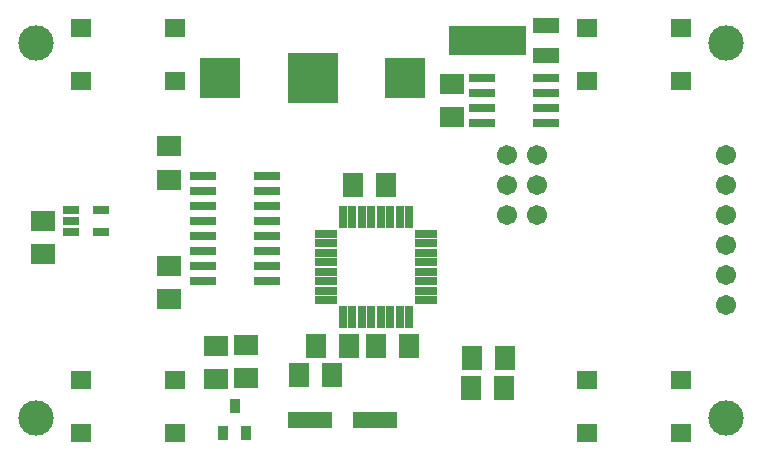
<source format=gbr>
G04 DipTrace 2.3.0.3*
%INBottomMask.gbr*%
%MOIN*%
%ADD36C,0.1181*%
%ADD42C,0.067*%
%ADD44R,0.1655X0.1655*%
%ADD46R,0.134X0.134*%
%ADD48R,0.1458X0.0552*%
%ADD50R,0.0749X0.0277*%
%ADD52R,0.0277X0.0749*%
%ADD54R,0.056X0.027*%
%ADD58R,0.0867X0.0316*%
%ADD60R,0.069X0.0592*%
%ADD62R,0.0336X0.0493*%
%ADD64C,0.0671*%
%ADD66R,0.0789X0.071*%
%ADD68R,0.071X0.0789*%
%FSLAX44Y44*%
G04*
G70*
G90*
G75*
G01*
%LNBotMask*%
%LPD*%
D68*
X15770Y12940D3*
X16872D3*
X16542Y7565D3*
X17645D3*
D66*
X19082Y16315D3*
Y15213D3*
D68*
X15645Y7565D3*
X14542D3*
X15082Y6627D3*
X13980D3*
X19707Y6190D3*
X20810D3*
D66*
X5457Y11753D3*
Y10650D3*
X9645Y13127D3*
Y14230D3*
Y10252D3*
Y9150D3*
D64*
X28207Y13940D3*
Y12940D3*
Y11940D3*
Y10940D3*
Y9940D3*
Y8940D3*
D62*
X12207Y4667D3*
X11459D3*
X11833Y5573D3*
D68*
X20832Y7190D3*
X19730D3*
D66*
X11207Y7582D3*
Y6480D3*
X12207Y6503D3*
Y7605D3*
D60*
X26707Y6440D3*
Y4668D3*
X23578D3*
Y6440D3*
X9832D3*
Y4668D3*
X6703D3*
Y6440D3*
Y16418D3*
Y18190D3*
X9832D3*
Y16418D3*
D58*
X22207Y16502D3*
Y16002D3*
Y15502D3*
Y15002D3*
X20082D3*
Y15502D3*
Y16002D3*
Y16502D3*
D54*
X6365Y11388D3*
Y11758D3*
Y12128D3*
X7395D3*
Y11388D3*
D58*
X10770Y9752D3*
Y10252D3*
Y10752D3*
Y11252D3*
Y11752D3*
Y12252D3*
Y12752D3*
Y13252D3*
X12896D3*
Y12752D3*
Y12252D3*
Y11752D3*
Y11252D3*
Y10752D3*
Y10252D3*
Y9752D3*
D52*
X17651Y8559D3*
X17336D3*
X17021D3*
X16706D3*
X16391D3*
X16076D3*
X15761D3*
X15446D3*
D50*
X14895Y9110D3*
Y9425D3*
Y9740D3*
Y10055D3*
Y10370D3*
Y10685D3*
Y11000D3*
Y11315D3*
D52*
X15446Y11866D3*
X15761D3*
X16076D3*
X16391D3*
X16706D3*
X17021D3*
X17336D3*
X17651D3*
D50*
X18202Y11315D3*
Y11000D3*
Y10685D3*
Y10370D3*
Y10055D3*
Y9740D3*
Y9425D3*
Y9110D3*
D48*
X14334Y5128D3*
X16499D3*
G36*
X21771Y18018D2*
Y18498D1*
X22644D1*
Y18018D1*
X21771D1*
G37*
G36*
Y17018D2*
Y17498D1*
X22644D1*
Y17018D1*
X21771D1*
G37*
G36*
X21553Y17284D2*
X18992D1*
Y18231D1*
X21553D1*
Y17284D1*
G37*
D60*
X23578Y16418D3*
Y18190D3*
X26707D3*
Y16418D3*
D46*
X17520Y16502D3*
D44*
X14429D3*
D46*
X11339D3*
D42*
X20897Y11940D3*
Y12940D3*
Y13940D3*
X21897D3*
Y12940D3*
Y11940D3*
D36*
X5207Y5190D3*
Y17690D3*
X28207D3*
Y5190D3*
M02*

</source>
